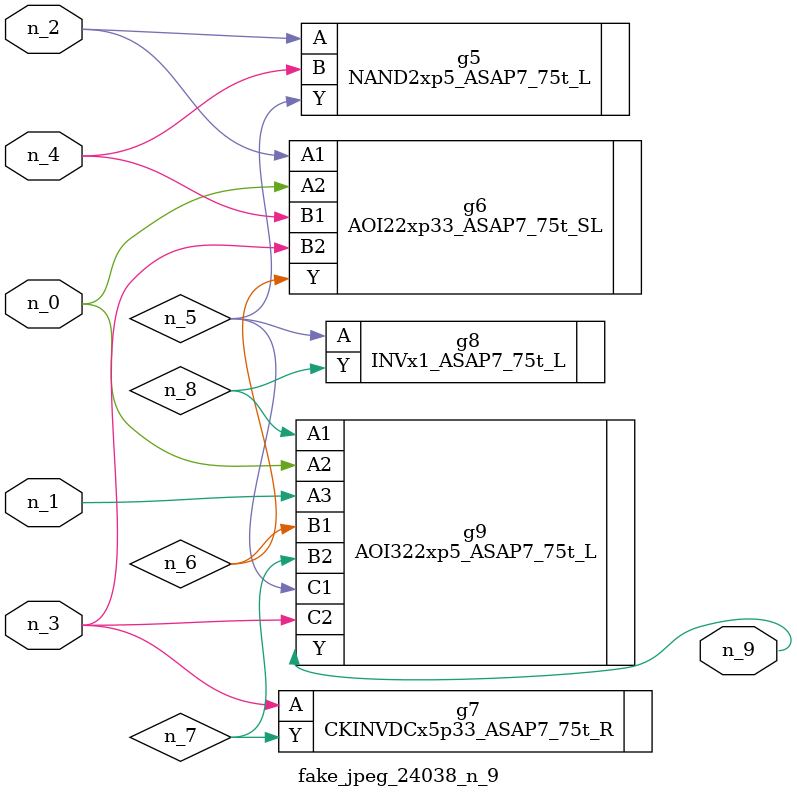
<source format=v>
module fake_jpeg_24038_n_9 (n_3, n_2, n_1, n_0, n_4, n_9);

input n_3;
input n_2;
input n_1;
input n_0;
input n_4;

output n_9;

wire n_8;
wire n_6;
wire n_5;
wire n_7;

NAND2xp5_ASAP7_75t_L g5 ( 
.A(n_2),
.B(n_4),
.Y(n_5)
);

AOI22xp33_ASAP7_75t_SL g6 ( 
.A1(n_2),
.A2(n_0),
.B1(n_4),
.B2(n_3),
.Y(n_6)
);

CKINVDCx5p33_ASAP7_75t_R g7 ( 
.A(n_3),
.Y(n_7)
);

INVx1_ASAP7_75t_L g8 ( 
.A(n_5),
.Y(n_8)
);

AOI322xp5_ASAP7_75t_L g9 ( 
.A1(n_8),
.A2(n_0),
.A3(n_1),
.B1(n_6),
.B2(n_7),
.C1(n_5),
.C2(n_3),
.Y(n_9)
);


endmodule
</source>
